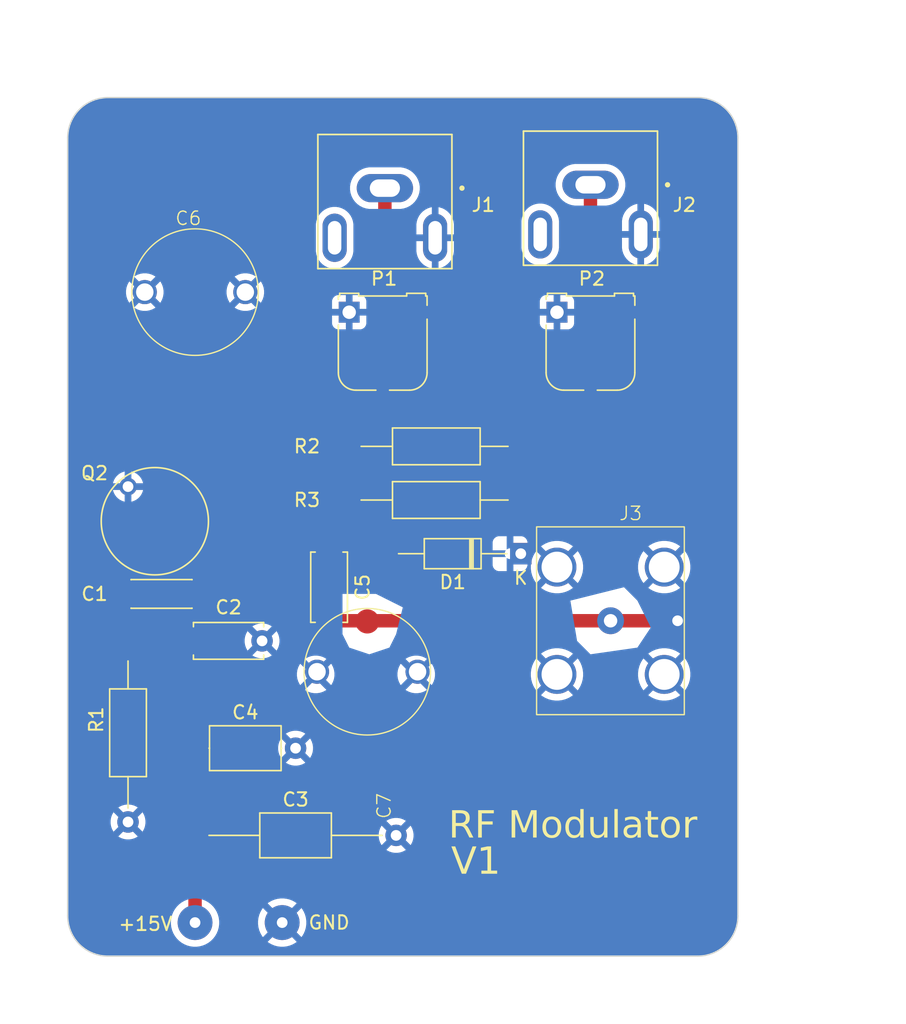
<source format=kicad_pcb>
(kicad_pcb (version 20241229) (generator "pcbnew") (generator_version "9.0")
  (layers (0 "F.Cu" signal) (2 "B.Cu" signal) (13 "F.Paste" user) (15 "B.Paste" user) (5 "F.SilkS" user "F.Silkscreen") (7 "B.SilkS" user "B.Silkscreen") (1 "F.Mask" user) (3 "B.Mask" user) (25 "Edge.Cuts" user))
  (net 0 "")
  (net 1 "+15V")
  (net 2 "GND")
  (net 3 "Net-(D1-A)")
  (net 4 "Net-(J1-In)")
  (net 5 "Net-(J2-In)")
  (net 6 "Net-(P1-Pad2)")
  (net 7 "Net-(P2-Pad2)")
  (net 8 "Net-(Q2-G)")
  (footprint "PJRAN1X1U04X:SWITCHCRAFT_PJRAN1X1U04X" (layer "F.Cu") (at 193.6625 50.75 180)
    (property "Reference" "J1" (at -7.3375 -1.25 0) (layer "F.SilkS"))
    (property "Value" "Conn_Coaxial")
    (fp_line (start 5 4) (end 5 -6) (stroke (width 0.127)) (layer "F.SilkS"))
    (fp_line (start 5 -6) (end -5 -6) (stroke (width 0.127)) (layer "F.SilkS"))
    (fp_line (start -5 4) (end 5 4) (stroke (width 0.127)) (layer "F.SilkS"))
    (fp_line (start -5 -6) (end -5 4) (stroke (width 0.127)) (layer "F.SilkS"))
    (fp_circle (center -5.75 0) (end -5.65 0) (stroke (width 0.2)) (fill no) (layer "F.SilkS"))
    (pad "1" thru_hole oval (at 0 0 180) (size 4.2 2.1) (drill oval 2.25 1.3) (layers "*.Cu" "*.Mask") (net 4 "Net-(J1-In)"))
    (pad "2" thru_hole oval (at -3.75 -3.7 180) (size 1.8 3.6) (drill oval 1 2.5) (layers "*.Cu" "*.Mask") (net 2 "GND"))
    (pad "3" thru_hole oval (at 3.75 -3.7 180) (size 1.8 3.6) (drill oval 1 2.5) (layers "*.Cu" "*.Mask"))
  )
  (footprint "Library:R_Axial_DIN0207_L6.3mm_D2.5mm_P13mm_Horizontal_copy" (layer "F.Cu") (at 174.5 98 90)
    (property "Reference" "R1" (at 7.62 -2.37 90) (layer "F.SilkS"))
    (property "Value" "100")
    (fp_line (start 9.92 -1.37) (end 3.38 -1.37) (stroke (width 0.12)) (layer "F.SilkS"))
    (fp_line (start 3.38 -1.37) (end 3.38 1.37) (stroke (width 0.12)) (layer "F.SilkS"))
    (fp_line (start 12 0) (end 9.92 0) (stroke (width 0.12)) (layer "F.SilkS"))
    (fp_line (start 1.04 0) (end 3.38 0) (stroke (width 0.12)) (layer "F.SilkS"))
    (fp_line (start 9.92 1.37) (end 9.92 -1.37) (stroke (width 0.12)) (layer "F.SilkS"))
    (fp_line (start 3.38 1.37) (end 9.92 1.37) (stroke (width 0.12)) (layer "F.SilkS"))
    (pad "1" thru_hole circle (at 0 0 90) (size 1.6 1.6) (drill 0.8) (layers "*.Cu" "*.Mask") (net 2 "GND"))
    (pad "2" smd oval (at 13 0 90) (size 1.6 1.6) (layers "F.Cu" "F.Mask" "F.Paste") (net 8 "Net-(Q2-G)"))
  )
  (footprint "PJRAN1X1U04X:SWITCHCRAFT_PJRAN1X1U04X" (layer "F.Cu") (at 209 50.5 180)
    (property "Reference" "J2" (at -7 -1.5 0) (layer "F.SilkS"))
    (property "Value" "Conn_Coaxial")
    (fp_line (start 5 4) (end 5 -6) (stroke (width 0.127)) (layer "F.SilkS"))
    (fp_line (start 5 -6) (end -5 -6) (stroke (width 0.127)) (layer "F.SilkS"))
    (fp_line (start -5 4) (end 5 4) (stroke (width 0.127)) (layer "F.SilkS"))
    (fp_line (start -5 -6) (end -5 4) (stroke (width 0.127)) (layer "F.SilkS"))
    (fp_circle (center -5.75 0) (end -5.65 0) (stroke (width 0.2)) (fill no) (layer "F.SilkS"))
    (pad "1" thru_hole oval (at 0 0 180) (size 4.2 2.1) (drill oval 2.25 1.3) (layers "*.Cu" "*.Mask") (net 5 "Net-(J2-In)"))
    (pad "2" thru_hole oval (at -3.75 -3.7 180) (size 1.8 3.6) (drill oval 1 2.5) (layers "*.Cu" "*.Mask") (net 2 "GND"))
    (pad "3" thru_hole oval (at 3.75 -3.7 180) (size 1.8 3.6) (drill oval 1 2.5) (layers "*.Cu" "*.Mask"))
  )
  (footprint "Potentiometer_THT:Potentiometer_Runtron_RM-065_Vertical" (layer "F.Cu") (at 206.5 60)
    (property "Reference" "P2" (at 2.6 -2.5 0) (layer "F.SilkS"))
    (property "Value" "10K")
    (fp_line (start -0.81 -1.21) (end -0.81 -0.96) (stroke (width 0.12)) (layer "F.SilkS"))
    (fp_line (start -0.81 4.5) (end -0.81 0.96) (stroke (width 0.12)) (layer "F.SilkS"))
    (fp_line (start -0.71 -1.41) (end -0.71 -1.21) (stroke (width 0.12)) (layer "F.SilkS"))
    (fp_line (start -0.71 -1.41) (end 0.71 -1.41) (stroke (width 0.12)) (layer "F.SilkS"))
    (fp_line (start -0.71 -1.21) (end -0.81 -1.21) (stroke (width 0.12)) (layer "F.SilkS"))
    (fp_line (start 0.71 -1.21) (end 0.71 -1.41) (stroke (width 0.12)) (layer "F.SilkS"))
    (fp_line (start 0.71 -1.21) (end 4.29 -1.21) (stroke (width 0.12)) (layer "F.SilkS"))
    (fp_line (start 1.99 5.81) (end 0.5 5.81) (stroke (width 0.12)) (layer "F.SilkS"))
    (fp_line (start 4.29 -1.41) (end 5.71 -1.41) (stroke (width 0.12)) (layer "F.SilkS"))
    (fp_line (start 4.29 -1.21) (end 4.29 -1.41) (stroke (width 0.12)) (layer "F.SilkS"))
    (fp_line (start 4.5 5.81) (end 3.01 5.81) (stroke (width 0.12)) (layer "F.SilkS"))
    (fp_line (start 5.71 -1.41) (end 5.71 -1.21) (stroke (width 0.12)) (layer "F.SilkS"))
    (fp_line (start 5.71 -1.21) (end 5.81 -1.21) (stroke (width 0.12)) (layer "F.SilkS"))
    (fp_line (start 5.81 -1.21) (end 5.81 -0.52) (stroke (width 0.12)) (layer "F.SilkS"))
    (fp_line (start 5.81 0.52) (end 5.81 4.5) (stroke (width 0.12)) (layer "F.SilkS"))
    (fp_arc (start 0.5 5.81) (mid -0.42631 5.42631) (end -0.81 4.5) (stroke (width 0.12)) (layer "F.SilkS"))
    (fp_arc (start 5.81 4.5) (mid 5.42631 5.42631) (end 4.5 5.81) (stroke (width 0.12)) (layer "F.SilkS"))
    (pad "1" thru_hole rect (at 0 0) (size 1.56 1.56) (drill 1) (layers "*.Cu" "*.Mask") (net 2 "GND"))
    (pad "2" smd circle (at 2.5 5) (size 1.56 1.56) (layers "F.Cu" "F.Mask" "F.Paste") (net 7 "Net-(P2-Pad2)"))
    (pad "3" smd circle (at 5 0) (size 1.56 1.56) (layers "F.Cu" "F.Mask" "F.Paste") (net 5 "Net-(J2-In)"))
  )
  (footprint "Library:GXA5R000" (layer "F.Cu") (at 183.249999 58.5 -90)
    (property "Reference" "C6" (at -5.5 4.249999 0) (layer "F.SilkS") (effects (font (thickness 0.1))))
    (property "Value" "1.5...5p")
    (fp_circle (center 0 3.75) (end 4 1.25) (stroke (width 0.1)) (fill no) (layer "F.SilkS"))
    (pad "1" smd circle (at 3.75 3.75 270) (size 1.8 1.8) (layers "F.Cu" "F.Mask" "F.Paste") (net 1 "+15V"))
    (pad "2" thru_hole circle (at 0 0 270) (size 1.8 1.8) (drill 1.3) (layers "*.Cu" "*.Mask") (net 2 "GND"))
    (pad "2" thru_hole circle (at 0 7.5 270) (size 1.8 1.8) (drill 1.3) (layers "*.Cu" "*.Mask") (net 2 "GND"))
  )
  (footprint "Package_TO_SOT_THT:TO-38-3" (layer "F.Cu") (at 174.5 78.08 90)
    (property "Reference" "Q2" (hide yes))
    (property "Value" "Q_NJFET_GDS")
    (fp_circle (center 2.5 2) (end 6.5 2) (stroke (width 0.12)) (fill no) (layer "F.SilkS"))
    (fp_text user "${REFERENCE}" (at 6.08 -2.5 180) (layer "F.SilkS"))
    (pad "1" smd oval (at 0 0 90) (size 1.7 1.3) (layers "F.Cu" "F.Mask" "F.Paste") (net 8 "Net-(Q2-G)"))
    (pad "2" smd oval (at 2.5 5 90) (size 1.3 1.3) (layers "F.Cu" "F.Mask" "F.Paste") (net 1 "+15V"))
    (pad "3" thru_hole oval (at 5.08 0 90) (size 1.3 1.3) (drill 0.8) (layers "*.Cu" "*.Mask") (net 2 "GND"))
  )
  (footprint "Capacitor_THT:C_Axial_L5.1mm_D3.1mm_P7.50mm_Horizontal" (layer "F.Cu") (at 179.5 92.5)
    (property "Reference" "C4" (at 3.75 -2.67 0) (layer "F.SilkS"))
    (property "Value" "100n")
    (fp_line (start 1.04 0) (end 1.08 0) (stroke (width 0.12)) (layer "F.SilkS"))
    (fp_line (start 1.08 -1.67) (end 1.08 1.67) (stroke (width 0.12)) (layer "F.SilkS"))
    (fp_line (start 1.08 1.67) (end 6.42 1.67) (stroke (width 0.12)) (layer "F.SilkS"))
    (fp_line (start 6.42 -1.67) (end 1.08 -1.67) (stroke (width 0.12)) (layer "F.SilkS"))
    (fp_line (start 6.42 1.67) (end 6.42 -1.67) (stroke (width 0.12)) (layer "F.SilkS"))
    (fp_line (start 6.46 0) (end 6.42 0) (stroke (width 0.12)) (layer "F.SilkS"))
    (pad "1" smd circle (at 0 0) (size 1.6 1.6) (layers "F.Cu" "F.Mask" "F.Paste") (net 1 "+15V"))
    (pad "2" thru_hole circle (at 7.5 0) (size 1.6 1.6) (drill 0.8) (layers "*.Cu" "*.Mask") (net 2 "GND"))
  )
  (footprint "Capacitor_THT:C_Disc_D5.0mm_W2.5mm_P5.00mm" (layer "F.Cu") (at 189.5 78 -90)
    (property "Reference" "C5" (at 2.5 -2.5 90) (layer "F.SilkS"))
    (property "Value" "6p8")
    (fp_line (start -0.12 1.37) (end 5.12 1.37) (stroke (width 0.12)) (layer "F.SilkS"))
    (fp_line (start -0.12 1.033) (end -0.12 1.37) (stroke (width 0.12)) (layer "F.SilkS"))
    (fp_line (start 5.12 1.033) (end 5.12 1.37) (stroke (width 0.12)) (layer "F.SilkS"))
    (fp_line (start -0.12 -1.37) (end -0.12 -1.033) (stroke (width 0.12)) (layer "F.SilkS"))
    (fp_line (start -0.12 -1.37) (end 5.12 -1.37) (stroke (width 0.12)) (layer "F.SilkS"))
    (fp_line (start 5.12 -1.37) (end 5.12 -1.033) (stroke (width 0.12)) (layer "F.SilkS"))
    (pad "1" smd circle (at 0 0 270) (size 1.6 1.6) (layers "F.Cu" "F.Mask" "F.Paste") (net 3 "Net-(D1-A)"))
    (pad "2" smd circle (at 5 0 270) (size 1.6 1.6) (layers "F.Cu" "F.Mask" "F.Paste") (net 2 "GND"))
  )
  (footprint "Diode_THT:D_DO-35_SOD27_P10.16mm_Horizontal" (layer "F.Cu") (at 203.8 78 180)
    (property "Reference" "D1" (at 5.08 -2.12 0) (layer "F.SilkS"))
    (property "Value" "1N4148")
    (fp_line (start 9.12 0) (end 7.2 0) (stroke (width 0.12)) (layer "F.SilkS"))
    (fp_line (start 7.2 1.12) (end 7.2 -1.12) (stroke (width 0.12)) (layer "F.SilkS"))
    (fp_line (start 7.2 -1.12) (end 2.96 -1.12) (stroke (width 0.12)) (layer "F.SilkS"))
    (fp_line (start 3.8 -1.12) (end 3.8 1.12) (stroke (width 0.12)) (layer "F.SilkS"))
    (fp_line (start 3.68 -1.12) (end 3.68 1.12) (stroke (width 0.12)) (layer "F.SilkS"))
    (fp_line (start 3.56 -1.12) (end 3.56 1.12) (stroke (width 0.12)) (layer "F.SilkS"))
    (fp_line (start 2.96 1.12) (end 7.2 1.12) (stroke (width 0.12)) (layer "F.SilkS"))
    (fp_line (start 2.96 -1.12) (end 2.96 1.12) (stroke (width 0.12)) (layer "F.SilkS"))
    (fp_line (start 1.04 0) (end 2.96 0) (stroke (width 0.12)) (layer "F.SilkS"))
    (fp_text user "K" (at 0 -1.8 0) (layer "F.SilkS"))
    (pad "1" thru_hole rect (at 0 0 180) (size 1.6 1.6) (drill 0.8) (layers "*.Cu" "*.Mask") (net 2 "GND"))
    (pad "2" smd oval (at 10.16 0 180) (size 1.6 1.6) (layers "F.Cu" "F.Mask" "F.Paste") (net 3 "Net-(D1-A)"))
  )
  (footprint "Potentiometer_THT:Potentiometer_Runtron_RM-065_Vertical" (layer "F.Cu") (at 191 60)
    (property "Reference" "P1" (at 2.6 -2.5 0) (layer "F.SilkS"))
    (property "Value" "10K")
    (fp_line (start -0.81 -1.21) (end -0.81 -0.96) (stroke (width 0.12)) (layer "F.SilkS"))
    (fp_line (start -0.81 4.5) (end -0.81 0.96) (stroke (width 0.12)) (layer "F.SilkS"))
    (fp_line (start -0.71 -1.41) (end -0.71 -1.21) (stroke (width 0.12)) (layer "F.SilkS"))
    (fp_line (start -0.71 -1.41) (end 0.71 -1.41) (stroke (width 0.12)) (layer "F.SilkS"))
    (fp_line (start -0.71 -1.21) (end -0.81 -1.21) (stroke (width 0.12)) (layer "F.SilkS"))
    (fp_line (start 0.71 -1.21) (end 0.71 -1.41) (stroke (width 0.12)) (layer "F.SilkS"))
    (fp_line (start 0.71 -1.21) (end 4.29 -1.21) (stroke (width 0.12)) (layer "F.SilkS"))
    (fp_line (start 1.99 5.81) (end 0.5 5.81) (stroke (width 0.12)) (layer "F.SilkS"))
    (fp_line (start 4.29 -1.41) (end 5.71 -1.41) (stroke (width 0.12)) (layer "F.SilkS"))
    (fp_line (start 4.29 -1.21) (end 4.29 -1.41) (stroke (width 0.12)) (layer "F.SilkS"))
    (fp_line (start 4.5 5.81) (end 3.01 5.81) (stroke (width 0.12)) (layer "F.SilkS"))
    (fp_line (start 5.71 -1.41) (end 5.71 -1.21) (stroke (width 0.12)) (layer "F.SilkS"))
    (fp_line (start 5.71 -1.21) (end 5.81 -1.21) (stroke (width 0.12)) (layer "F.SilkS"))
    (fp_line (start 5.81 -1.21) (end 5.81 -0.52) (stroke (width 0.12)) (layer "F.SilkS"))
    (fp_line (start 5.81 0.52) (end 5.81 4.5) (stroke (width 0.12)) (layer "F.SilkS"))
    (fp_arc (start 0.5 5.81) (mid -0.42631 5.42631) (end -0.81 4.5) (stroke (width 0.12)) (layer "F.SilkS"))
    (fp_arc (start 5.81 4.5) (mid 5.42631 5.42631) (end 4.5 5.81) (stroke (width 0.12)) (layer "F.SilkS"))
    (pad "1" thru_hole rect (at 0 0) (size 1.56 1.56) (drill 1) (layers "*.Cu" "*.Mask") (net 2 "GND"))
    (pad "2" smd circle (at 2.5 5) (size 1.56 1.56) (layers "F.Cu" "F.Mask" "F.Paste") (net 6 "Net-(P1-Pad2)"))
    (pad "3" smd circle (at 5 0) (size 1.56 1.56) (layers "F.Cu" "F.Mask" "F.Paste") (net 4 "Net-(J1-In)"))
  )
  (footprint "Library:Pin Through Hole" (layer "F.Cu") (at 186 105.5)
    (property "Reference" "GND" (at 3.5 0 0) (layer "F.SilkS"))
    (property "Value" "+15VHole")
    (pad "1" thru_hole circle (at 0 0) (size 1.2 1.2) (drill 0.8) (layers "*.Cu" "*.Mask") (net 2 "GND"))
    (pad "1" connect circle (at 0 0) (size 2.6 2.6) (layers "F.Cu" "F.Mask") (net 2 "GND"))
    (pad "1" connect circle (at 0 0) (size 2.6 2.6) (layers "B.Cu" "B.Mask") (net 2 "GND"))
  )
  (footprint "Capacitor_THT:C_Disc_D4.3mm_W1.9mm_P5.00mm" (layer "F.Cu") (at 174.5 81)
    (property "Reference" "C1" (at -2.5 0 0) (layer "F.SilkS"))
    (property "Value" "3p3")
    (fp_line (start 0.23 -1.07) (end 0.23 -1.055) (stroke (width 0.12)) (layer "F.SilkS"))
    (fp_line (start 0.23 -1.07) (end 4.77 -1.07) (stroke (width 0.12)) (layer "F.SilkS"))
    (fp_line (start 0.23 1.055) (end 0.23 1.07) (stroke (width 0.12)) (layer "F.SilkS"))
    (fp_line (start 0.23 1.07) (end 4.77 1.07) (stroke (width 0.12)) (layer "F.SilkS"))
    (fp_line (start 4.77 -1.07) (end 4.77 -1.055) (stroke (width 0.12)) (layer "F.SilkS"))
    (fp_line (start 4.77 1.055) (end 4.77 1.07) (stroke (width 0.12)) (layer "F.SilkS"))
    (pad "1" smd circle (at 0 0) (size 1.6 1.6) (layers "F.Cu" "F.Mask" "F.Paste") (net 8 "Net-(Q2-G)"))
    (pad "2" smd circle (at 5 0) (size 1.6 1.6) (layers "F.Cu" "F.Mask" "F.Paste") (net 1 "+15V"))
  )
  (footprint "Capacitor_THT:C_Disc_D5.0mm_W2.5mm_P5.00mm" (layer "F.Cu") (at 179.5 84.5)
    (property "Reference" "C2" (at 2.5 -2.5 0) (layer "F.SilkS"))
    (property "Value" "150p")
    (fp_line (start -0.12 -1.37) (end -0.12 -1.055) (stroke (width 0.12)) (layer "F.SilkS"))
    (fp_line (start -0.12 -1.37) (end 5.12 -1.37) (stroke (width 0.12)) (layer "F.SilkS"))
    (fp_line (start -0.12 1.055) (end -0.12 1.37) (stroke (width 0.12)) (layer "F.SilkS"))
    (fp_line (start -0.12 1.37) (end 5.12 1.37) (stroke (width 0.12)) (layer "F.SilkS"))
    (fp_line (start 5.12 -1.37) (end 5.12 -1.055) (stroke (width 0.12)) (layer "F.SilkS"))
    (fp_line (start 5.12 1.055) (end 5.12 1.37) (stroke (width 0.12)) (layer "F.SilkS"))
    (pad "1" smd circle (at 0 0) (size 1.6 1.6) (layers "F.Cu" "F.Mask" "F.Paste") (net 1 "+15V"))
    (pad "2" thru_hole circle (at 5 0) (size 1.6 1.6) (drill 0.8) (layers "*.Cu" "*.Mask") (net 2 "GND"))
  )
  (footprint "Library:VF330" (layer "F.Cu") (at 214.5 79 -90)
    (property "Reference" "J3" (at -4 2.5 0) (layer "F.SilkS") (effects (font (thickness 0.1))))
    (property "Value" "Conn_Coaxial")
    (fp_rect (start -3 -1.5) (end 11 9.52) (stroke (width 0.1)) (fill no) (layer "F.SilkS"))
    (pad "1" thru_hole circle (at 4 4 270) (size 2 2) (drill 1) (layers "*.Cu" "*.Mask") (net 2 "GND"))
    (pad "2" thru_hole circle (at 0 0 270) (size 2.9 2.9) (drill 2.3) (layers "*.Cu" "*.Mask") (net 2 "GND"))
    (pad "2" thru_hole circle (at 0 8 270) (size 2.9 2.9) (drill 2.3) (layers "*.Cu" "*.Mask") (net 2 "GND"))
    (pad "2" thru_hole circle (at 8 0 270) (size 2.9 2.9) (drill 2.3) (layers "*.Cu" "*.Mask") (net 2 "GND"))
    (pad "2" thru_hole circle (at 8 8 270) (size 2.9 2.9) (drill 2.3) (layers "*.Cu" "*.Mask") (net 2 "GND"))
  )
  (footprint "Library:GXA5R000" (layer "F.Cu") (at 188.6 86.8 90)
    (property "Reference" "C7" (at -10 5 90) (layer "F.SilkS") (effects (font (thickness 0.1))))
    (property "Value" "15...5p")
    (fp_circle (center 0 3.75) (end 4 1.25) (stroke (width 0.1)) (fill no) (layer "F.SilkS"))
    (pad "1" smd circle (at 3.75 3.75 90) (size 1.8 1.8) (layers "F.Cu" "F.Mask" "F.Paste") (net 2 "GND"))
    (pad "2" thru_hole circle (at 0 0 90) (size 1.8 1.8) (drill 1.3) (layers "*.Cu" "*.Mask") (net 2 "GND"))
    (pad "2" thru_hole circle (at 0 7.5 90) (size 1.8 1.8) (drill 1.3) (layers "*.Cu" "*.Mask") (net 2 "GND"))
  )
  (footprint "Library:Pin Through Hole" (layer "F.Cu") (at 179.5 105.5)
    (property "Reference" "+15V" (at -3.7 0.1 0) (layer "F.SilkS"))
    (property "Value" "+15VHole")
    (pad "1" thru_hole circle (at 0 0) (size 1.2 1.2) (drill 0.8) (layers "*.Cu" "*.Mask") (net 1 "+15V"))
    (pad "1" connect circle (at 0 0) (size 2.6 2.6) (layers "F.Cu" "F.Mask") (net 1 "+15V"))
    (pad "1" connect circle (at 0 0) (size 2.6 2.6) (layers "B.Cu" "B.Mask") (net 1 "+15V"))
  )
  (footprint "Library:R_Axial_DIN0207_L6.3mm_D2.5mm_P13mm_Horizontal_copy" (layer "F.Cu") (at 190.85 70)
    (property "Reference" "R2" (at -3 0 0) (layer "F.SilkS"))
    (property "Value" "3k9")
    (fp_line (start 1.04 0) (end 3.38 0) (stroke (width 0.12)) (layer "F.SilkS"))
    (fp_line (start 3.38 -1.37) (end 3.38 1.37) (stroke (width 0.12)) (layer "F.SilkS"))
    (fp_line (start 3.38 1.37) (end 9.92 1.37) (stroke (width 0.12)) (layer "F.SilkS"))
    (fp_line (start 9.92 -1.37) (end 3.38 -1.37) (stroke (width 0.12)) (layer "F.SilkS"))
    (fp_line (start 9.92 1.37) (end 9.92 -1.37) (stroke (width 0.12)) (layer "F.SilkS"))
    (fp_line (start 12 0) (end 9.92 0) (stroke (width 0.12)) (layer "F.SilkS"))
    (pad "1" smd circle (at 0 0) (size 1.6 1.6) (layers "F.Cu" "F.Mask" "F.Paste") (net 3 "Net-(D1-A)"))
    (pad "2" smd oval (at 13 0) (size 1.6 1.6) (layers "F.Cu" "F.Mask" "F.Paste") (net 7 "Net-(P2-Pad2)"))
  )
  (footprint "Capacitor_THT:C_Axial_L5.1mm_D3.1mm_P15.00mm_Horizontal" (layer "F.Cu") (at 179.5 99)
    (property "Reference" "C3" (at 7.5 -2.67 0) (layer "F.SilkS"))
    (property "Value" "47u")
    (fp_line (start 1.04 0) (end 4.83 0) (stroke (width 0.12)) (layer "F.SilkS"))
    (fp_line (start 4.83 -1.67) (end 4.83 1.67) (stroke (width 0.12)) (layer "F.SilkS"))
    (fp_line (start 4.83 1.67) (end 10.17 1.67) (stroke (width 0.12)) (layer "F.SilkS"))
    (fp_line (start 10.17 -1.67) (end 4.83 -1.67) (stroke (width 0.12)) (layer "F.SilkS"))
    (fp_line (start 10.17 1.67) (end 10.17 -1.67) (stroke (width 0.12)) (layer "F.SilkS"))
    (fp_line (start 13.96 0) (end 10.17 0) (stroke (width 0.12)) (layer "F.SilkS"))
    (pad "1" smd circle (at 0 0) (size 1.6 1.6) (layers "F.Cu" "F.Mask" "F.Paste") (net 1 "+15V"))
    (pad "2" thru_hole circle (at 15 0) (size 1.6 1.6) (drill 0.8) (layers "*.Cu" "*.Mask") (net 2 "GND"))
  )
  (footprint "Library:R_Axial_DIN0207_L6.3mm_D2.5mm_P13mm_Horizontal_copy" (layer "F.Cu") (at 190.85 74)
    (property "Reference" "R3" (at -3 0 0) (layer "F.SilkS"))
    (property "Value" "3k9")
    (fp_line (start 1.04 0) (end 3.38 0) (stroke (width 0.12)) (layer "F.SilkS"))
    (fp_line (start 3.38 -1.37) (end 3.38 1.37) (stroke (width 0.12)) (layer "F.SilkS"))
    (fp_line (start 3.38 1.37) (end 9.92 1.37) (stroke (width 0.12)) (layer "F.SilkS"))
    (fp_line (start 9.92 -1.37) (end 3.38 -1.37) (stroke (width 0.12)) (layer "F.SilkS"))
    (fp_line (start 9.92 1.37) (end 9.92 -1.37) (stroke (width 0.12)) (layer "F.SilkS"))
    (fp_line (start 12 0) (end 9.92 0) (stroke (width 0.12)) (layer "F.SilkS"))
    (pad "1" smd circle (at 0 0) (size 1.6 1.6) (layers "F.Cu" "F.Mask" "F.Paste") (net 3 "Net-(D1-A)"))
    (pad "2" smd oval (at 13 0) (size 1.6 1.6) (layers "F.Cu" "F.Mask" "F.Paste") (net 6 "Net-(P1-Pad2)"))
  )
  (gr_arc (start 220 105) (mid 219.12132 107.12132) (end 217 108) (stroke (width 0.1)) (layer "Edge.Cuts"))
  (gr_arc (start 170 47) (mid 170.87868 44.87868) (end 173 44) (stroke (width 0.1)) (layer "Edge.Cuts"))
  (gr_line (start 170 47) (end 170 105) (stroke (width 0.1)) (layer "Edge.Cuts"))
  (gr_line (start 220 47) (end 220 105) (stroke (width 0.1)) (layer "Edge.Cuts"))
  (gr_line (start 217 108) (end 173 108) (stroke (width 0.1)) (layer "Edge.Cuts"))
  (gr_arc (start 173 108) (mid 170.87868 107.12132) (end 170 105) (stroke (width 0.1)) (layer "Edge.Cuts"))
  (gr_line (start 173 44) (end 217 44) (stroke (width 0.1)) (layer "Edge.Cuts"))
  (gr_arc (start 217 44) (mid 219.12132 44.87868) (end 220 47) (stroke (width 0.1)) (layer "Edge.Cuts"))
  (gr_text "RF Modulator\n" (at 198.4 99.5 0) (layer "F.SilkS") (effects (font (size 2 2)) (justify left bottom)))
  (gr_text "V1" (at 198.6 102.2 0) (layer "F.SilkS") (effects (font (size 2 2)) (justify left bottom)))
  (segment (start 179.5 92.5) (end 179.5 99) (width 1) (layers "F.Cu" "F.Mask") (net 1))
  (segment (start 179.5 75.58) (end 179.5 81) (width 1) (layers "F.Cu" "F.Mask") (net 1))
  (segment (start 179.5 62.406209) (end 179.5 75.58) (width 1) (layers "F.Cu" "F.Mask") (net 1))
  (segment (start 179.5 99) (end 179.5 105.5) (width 1) (layers "F.Cu" "F.Mask") (net 1))
  (segment (start 179.5 81) (end 179.5 84.5) (width 1) (layers "F.Cu" "F.Mask") (net 1))
  (segment (start 179.5 84.5) (end 179.5 92.5) (width 1) (layers "F.Cu" "F.Mask") (net 1))
  (segment (start 210.5 83) (end 215.5 83) (width 1) (layers "F.Cu" "F.Mask") (net 2))
  (segment (start 189.5 83) (end 192.393755 83) (width 1) (layers "F.Cu" "F.Mask") (net 2))
  (segment (start 192.393755 83) (end 210.5 83) (width 1) (layers "F.Cu" "F.Mask") (net 2))
  (via (at 215.5 83) (size 3) (drill 0.8) (layers "F.Cu" "B.Cu") (net 2))
  (segment (start 191 76.5) (end 189.5 78) (width 1) (layer "F.Cu") (net 3))
  (segment (start 191 74) (end 191 76.5) (width 1) (layer "F.Cu") (net 3))
  (segment (start 191 74) (end 191 76.16) (width 1) (layer "F.Cu") (net 3))
  (segment (start 193.64 78) (end 192.5 78) (width 1) (layer "F.Cu") (net 3))
  (segment (start 189.5 78) (end 193.64 78) (width 1) (layer "F.Cu") (net 3))
  (segment (start 192.5 78) (end 191 76.5) (width 1) (layer "F.Cu") (net 3))
  (segment (start 191 70) (end 191 74) (width 1) (layer "F.Cu") (net 3))
  (segment (start 193.6625 57.6625) (end 196 60) (width 1) (layer "F.Cu") (net 4))
  (segment (start 193.6625 50.75) (end 193.6625 57.6625) (width 1) (layer "F.Cu") (net 4))
  (segment (start 209 50.5) (end 209 57.5) (width 1) (layer "F.Cu") (net 5))
  (segment (start 209 57.5) (end 211.5 60) (width 1) (layer "F.Cu") (net 5))
  (segment (start 193.5 65) (end 195 65) (width 1) (layer "F.Cu") (net 6))
  (segment (start 195 65) (end 204 74) (width 1) (layer "F.Cu") (net 6))
  (segment (start 209 65) (end 204 70) (width 1) (layer "F.Cu") (net 7))
  (segment (start 174.5 81) (end 174.5 85) (width 1) (layers "F.Cu" "F.Mask") (net 8))
  (segment (start 174.5 78.08) (end 174.5 81) (width 1) (layers "F.Cu" "F.Mask") (net 8))
  (zone (net 2) (net_name "GND") (layer "B.Cu") (connect_pads (clearance 0.5)) (min_thickness 0.25) (fill yes (thermal_gap 0.5) (thermal_bridge_width 0.5))
    (polygon (pts (xy 168 43) (xy 221.5 43) (xy 221 111) (xy 167.5 110) (xy 166.5 81.5)))
  )
  (zone (net 0) (net_name "") (layer "B.Cu") (connect_pads (clearance 0)) (min_thickness 0.25)
    (keepout (tracks allowed) (vias allowed) (pads allowed) (copperpour not_allowed) (footprints allowed))
    (fill (thermal_gap 0.5) (thermal_bridge_width 0.5))
    (polygon (pts (xy 194 85) (xy 192.5 85.5) (xy 191 85) (xy 190.5 84) (xy 190.5 81) (xy 193 81) (xy 195 82) (xy 194.5 84)))
  )
  (zone (net 0) (net_name "") (layer "B.Cu") (connect_pads (clearance 0)) (min_thickness 0.25)
    (keepout (tracks allowed) (vias allowed) (pads allowed) (copperpour not_allowed) (footprints allowed))
    (fill (thermal_gap 0.5) (thermal_bridge_width 0.5))
    (polygon (pts (xy 211.5 80.5) (xy 212.5 81.5) (xy 213.5 83.5) (xy 212.5 85) (xy 209 85.5) (xy 208 84.5) (xy 207.5 81.5)))
  )
)
</source>
